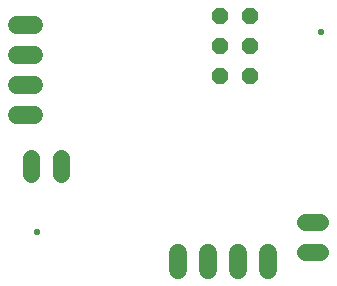
<source format=gbs>
G04 EAGLE Gerber RS-274X export*
G75*
%MOMM*%
%FSLAX34Y34*%
%LPD*%
%INSoldermask Bottom*%
%IPPOS*%
%AMOC8*
5,1,8,0,0,1.08239X$1,22.5*%
G01*
%ADD10C,0.551600*%
%ADD11C,1.422400*%
%ADD12C,1.524000*%
%ADD13P,1.525737X8X292.500000*%


D10*
X45715Y56086D03*
X286145Y225191D03*
D11*
X66040Y118364D02*
X66040Y105156D01*
X40640Y105156D02*
X40640Y118364D01*
D12*
X215900Y37592D02*
X215900Y23368D01*
X241300Y23368D02*
X241300Y37592D01*
X165100Y37592D02*
X165100Y23368D01*
X190500Y23368D02*
X190500Y37592D01*
X42672Y154940D02*
X28448Y154940D01*
X28448Y180340D02*
X42672Y180340D01*
X42672Y205740D02*
X28448Y205740D01*
X28448Y231140D02*
X42672Y231140D01*
D13*
X226060Y213360D03*
X200660Y213360D03*
X226060Y238760D03*
X200660Y238760D03*
X200660Y187960D03*
X226060Y187960D03*
D11*
X272161Y38735D02*
X285369Y38735D01*
X285369Y64135D02*
X272161Y64135D01*
M02*

</source>
